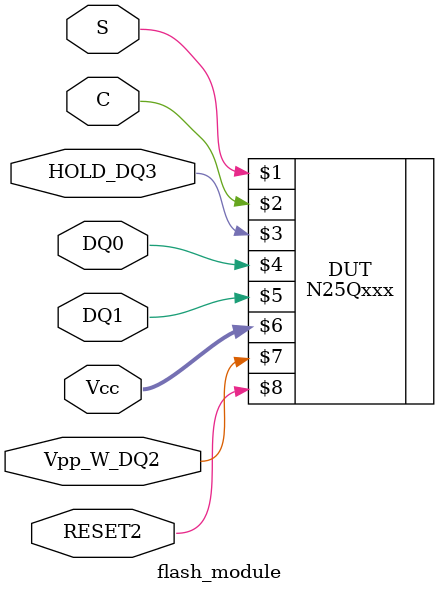
<source format=v>
module flash_module 
    (
    input S, 
    input C, 
    inout HOLD_DQ3,
    inout DQ0, 
    inout DQ1, 
    input [31:0] Vcc, 
    inout Vpp_W_DQ2, 
    input RESET2); 


 



N25Qxxx DUT (S, C, HOLD_DQ3, DQ0, DQ1, Vcc, Vpp_W_DQ2,RESET2);



endmodule
</source>
